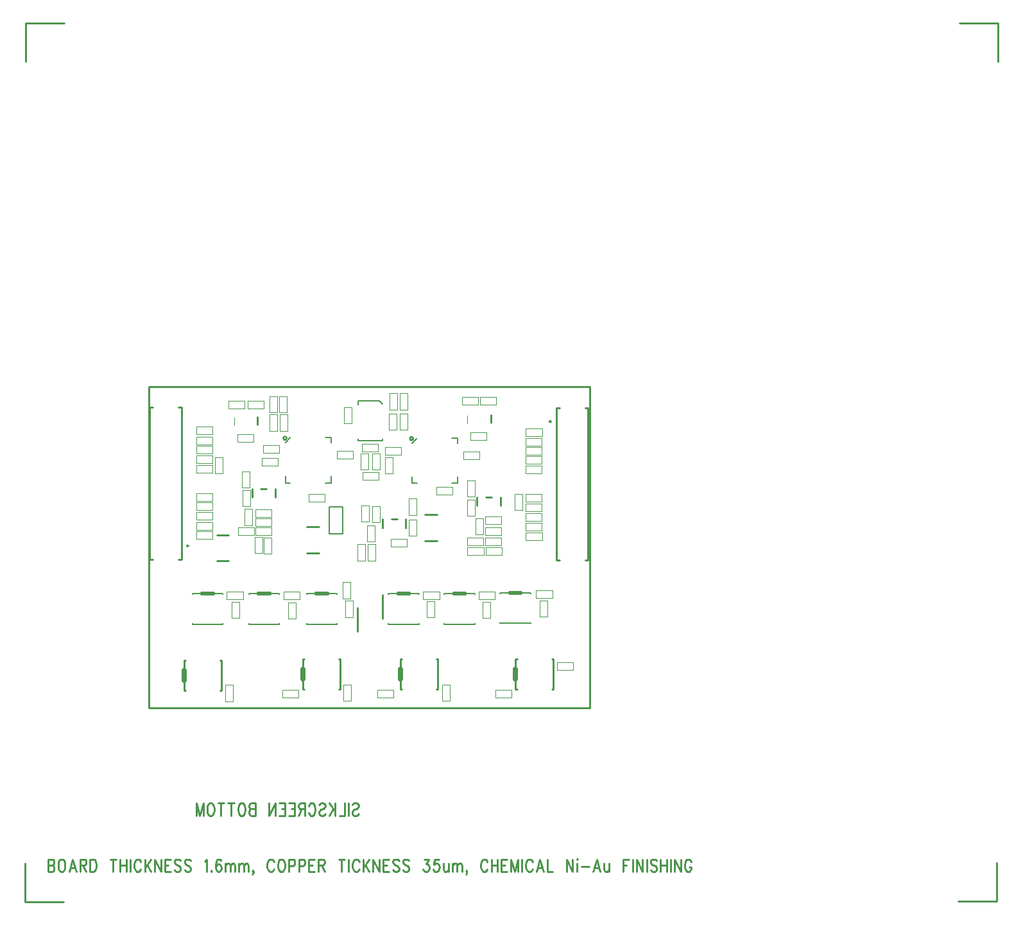
<source format=gbr>
*
*
G04 PADS Layout (Build Number 2007.21.1) generated Gerber (RS-274-X) file*
G04 PC Version=2.1*
*
%IN "2FOC-001.pcb"*%
*
%MOIN*%
*
%FSLAX35Y35*%
*
*
*
*
G04 PC Standard Apertures*
*
*
G04 Thermal Relief Aperture macro.*
%AMTER*
1,1,$1,0,0*
1,0,$1-$2,0,0*
21,0,$3,$4,0,0,45*
21,0,$3,$4,0,0,135*
%
*
*
G04 Annular Aperture macro.*
%AMANN*
1,1,$1,0,0*
1,0,$2,0,0*
%
*
*
G04 Odd Aperture macro.*
%AMODD*
1,1,$1,0,0*
1,0,$1-0.005,0,0*
%
*
*
G04 PC Custom Aperture Macros*
*
*
*
*
*
*
G04 PC Aperture Table*
*
%ADD010C,0.01*%
%ADD011C,0.004*%
%ADD013C,0.006*%
%ADD034C,0.025*%
%ADD070C,0.001*%
%ADD083C,0.00787*%
%ADD087C,0.01969*%
%ADD100C,0.00591*%
%ADD102C,0.0006*%
*
*
*
*
G04 PC Circuitry*
G04 Layer Name 2FOC-001.pcb - circuitry*
%LPD*%
*
*
G04 PC Custom Flashes*
G04 Layer Name 2FOC-001.pcb - flashes*
%LPD*%
*
*
G04 PC Circuitry*
G04 Layer Name 2FOC-001.pcb - circuitry*
%LPD*%
*
G54D10*
G01X266452Y546789D02*
X260153D01*
X266452Y533403D02*
X260153D01*
X313153Y551096D02*
X306854D01*
X313153Y537710D02*
X306854D01*
X368468Y544009D02*
X374767D01*
X368468Y557395D02*
X374767D01*
X305728Y466818D02*
X305028D01*
Y482618*
X305728*
X323728D02*
X324428D01*
Y466818*
X323728*
X416161D02*
X415461D01*
Y482618*
X416161*
X434161D02*
X434861D01*
Y466818*
X434161*
X243917Y466228D02*
X243217D01*
Y482028*
X243917*
X261917D02*
X262617D01*
Y466228*
X261917*
X356319Y466818D02*
X355619D01*
Y482618*
X356319*
X374319D02*
X375019D01*
Y466818*
X374319*
X296469Y597159D02*
G75*
G03X296469I-836J0D01*
G01X362217Y596962D02*
G03X362217I-836J0D01*
G01X281456Y608124D02*
Y604108D01*
X402582Y609198D02*
Y605183D01*
X346421Y515860D02*
Y503655D01*
X333429Y496962D02*
Y509167D01*
X358426Y555068D02*
Y550668D01*
X353826Y555068D02*
X350826D01*
X346226D02*
Y550668D01*
X290710Y570816D02*
Y566416D01*
X286110Y570816D02*
X283110D01*
X278510D02*
Y566416D01*
X407639Y566485D02*
Y562085D01*
X403039Y566485D02*
X400039D01*
X395439D02*
Y562085D01*
X245437Y541254D02*
G03X245437I-394J0D01*
G01X226933Y534167D02*
X225358D01*
Y613301*
X226933*
X240319D02*
X241893D01*
Y534167*
X240319*
X433822Y605820D02*
G03X433822I-393J0D01*
G01X451539Y612907D02*
X453114D01*
Y533773*
X451539*
X438153D02*
X436578D01*
Y612907*
X438153*
X330641Y406918D02*
X331095Y407543D01*
X331777Y407855*
X332686*
X333368Y407543*
X333822Y406918*
Y406293*
X333595Y405668*
X333368Y405355*
X332913Y405043*
X331550Y404418*
X331095Y404105*
X330868Y403793*
X330641Y403168*
Y402230*
X331095Y401605*
X331777Y401293*
X332686*
X333368Y401605*
X333822Y402230*
X328595Y407855D02*
Y401293D01*
X326550Y407855D02*
Y401293D01*
X323822*
X321777Y407855D02*
Y401293D01*
X318595Y407855D02*
X321777Y403480D01*
X320641Y405043D02*
X318595Y401293D01*
X313368Y406918D02*
X313822Y407543D01*
X314504Y407855*
X315413*
X316095Y407543*
X316550Y406918*
Y406293*
X316322Y405668*
X316095Y405355*
X315641Y405043*
X314277Y404418*
X313822Y404105*
X313595Y403793*
X313368Y403168*
Y402230*
X313822Y401605*
X314504Y401293*
X315413*
X316095Y401605*
X316550Y402230*
X307913Y406293D02*
X308141Y406918D01*
X308595Y407543*
X309050Y407855*
X309959*
X310413Y407543*
X310868Y406918*
X311095Y406293*
X311322Y405355*
Y403793*
X311095Y402855*
X310868Y402230*
X310413Y401605*
X309959Y401293*
X309050*
X308595Y401605*
X308141Y402230*
X307913Y402855*
X305868Y407855D02*
Y401293D01*
Y407855D02*
X303822D01*
X303141Y407543*
X302913Y407230*
X302686Y406605*
Y405980*
X302913Y405355*
X303141Y405043*
X303822Y404730*
X305868*
X304277D02*
X302686Y401293D01*
X300641Y407855D02*
Y401293D01*
Y407855D02*
X297686D01*
X300641Y404730D02*
X298822D01*
X300641Y401293D02*
X297686D01*
X295641Y407855D02*
Y401293D01*
Y407855D02*
X292686D01*
X295641Y404730D02*
X293822D01*
X295641Y401293D02*
X292686D01*
X290641Y407855D02*
Y401293D01*
Y407855D02*
X287459Y401293D01*
Y407855D02*
Y401293D01*
X280186Y407855D02*
Y401293D01*
Y407855D02*
X278141D01*
X277459Y407543*
X277232Y407230*
X277004Y406605*
Y405980*
X277232Y405355*
X277459Y405043*
X278141Y404730*
X280186D02*
X278141D01*
X277459Y404418*
X277232Y404105*
X277004Y403480*
Y402543*
X277232Y401918*
X277459Y401605*
X278141Y401293*
X280186*
X273595Y407855D02*
X274050Y407543D01*
X274504Y406918*
X274732Y406293*
X274959Y405355*
Y403793*
X274732Y402855*
X274504Y402230*
X274050Y401605*
X273595Y401293*
X272686*
X272232Y401605*
X271777Y402230*
X271550Y402855*
X271322Y403793*
Y405355*
X271550Y406293*
X271777Y406918*
X272232Y407543*
X272686Y407855*
X273595*
X267686D02*
Y401293D01*
X269277Y407855D02*
X266095D01*
X262459D02*
Y401293D01*
X264050Y407855D02*
X260868D01*
X257459D02*
X257913Y407543D01*
X258368Y406918*
X258595Y406293*
X258822Y405355*
Y403793*
X258595Y402855*
X258368Y402230*
X257913Y401605*
X257459Y401293*
X256550*
X256095Y401605*
X255641Y402230*
X255413Y402855*
X255186Y403793*
Y405355*
X255413Y406293*
X255641Y406918*
X256095Y407543*
X256550Y407855*
X257459*
X253141D02*
Y401293D01*
Y407855D02*
X251322Y401293D01*
X249504Y407855D02*
X251322Y401293D01*
X249504Y407855D02*
Y401293D01*
X172602Y378722D02*
Y372159D01*
Y378722D02*
X174647D01*
X175329Y378409*
X175557Y378097*
X175784Y377472*
Y376847*
X175557Y376222*
X175329Y375909*
X174647Y375597*
X172602D02*
X174647D01*
X175329Y375284*
X175557Y374972*
X175784Y374347*
Y373409*
X175557Y372784*
X175329Y372472*
X174647Y372159*
X172602*
X179193Y378722D02*
X178738Y378409D01*
X178284Y377784*
X178057Y377159*
X177829Y376222*
Y374659*
X178057Y373722*
X178284Y373097*
X178738Y372472*
X179193Y372159*
X180102*
X180557Y372472*
X181011Y373097*
X181238Y373722*
X181466Y374659*
Y376222*
X181238Y377159*
X181011Y377784*
X180557Y378409*
X180102Y378722*
X179193*
X185329D02*
X183511Y372159D01*
X185329Y378722D02*
X187147Y372159D01*
X184193Y374347D02*
X186466D01*
X189193Y378722D02*
Y372159D01*
Y378722D02*
X191238D01*
X191920Y378409*
X192147Y378097*
X192375Y377472*
Y376847*
X192147Y376222*
X191920Y375909*
X191238Y375597*
X189193*
X190784D02*
X192375Y372159D01*
X194420Y378722D02*
Y372159D01*
Y378722D02*
X196011D01*
X196693Y378409*
X197147Y377784*
X197375Y377159*
X197602Y376222*
Y374659*
X197375Y373722*
X197147Y373097*
X196693Y372472*
X196011Y372159*
X194420*
X206466Y378722D02*
Y372159D01*
X204875Y378722D02*
X208057D01*
X210102D02*
Y372159D01*
X213284Y378722D02*
Y372159D01*
X210102Y375597D02*
X213284D01*
X215329Y378722D02*
Y372159D01*
X220784Y377159D02*
X220557Y377784D01*
X220102Y378409*
X219647Y378722*
X218738*
X218284Y378409*
X217829Y377784*
X217602Y377159*
X217375Y376222*
Y374659*
X217602Y373722*
X217829Y373097*
X218284Y372472*
X218738Y372159*
X219647*
X220102Y372472*
X220557Y373097*
X220784Y373722*
X222829Y378722D02*
Y372159D01*
X226011Y378722D02*
X222829Y374347D01*
X223966Y375909D02*
X226011Y372159D01*
X228057Y378722D02*
Y372159D01*
Y378722D02*
X231238Y372159D01*
Y378722D02*
Y372159D01*
X233284Y378722D02*
Y372159D01*
Y378722D02*
X236238D01*
X233284Y375597D02*
X235102D01*
X233284Y372159D02*
X236238D01*
X241466Y377784D02*
X241011Y378409D01*
X240329Y378722*
X239420*
X238738Y378409*
X238284Y377784*
Y377159*
X238511Y376534*
X238738Y376222*
X239193Y375909*
X240557Y375284*
X241011Y374972*
X241238Y374659*
X241466Y374034*
Y373097*
X241011Y372472*
X240329Y372159*
X239420*
X238738Y372472*
X238284Y373097*
X246693Y377784D02*
X246238Y378409D01*
X245557Y378722*
X244647*
X243966Y378409*
X243511Y377784*
Y377159*
X243738Y376534*
X243966Y376222*
X244420Y375909*
X245784Y375284*
X246238Y374972*
X246466Y374659*
X246693Y374034*
Y373097*
X246238Y372472*
X245557Y372159*
X244647*
X243966Y372472*
X243511Y373097*
X253966Y377472D02*
X254420Y377784D01*
X255102Y378722*
Y372159*
X257375Y372784D02*
X257147Y372472D01*
X257375Y372159*
X257602Y372472*
X257375Y372784*
X262375Y377784D02*
X262147Y378409D01*
X261466Y378722*
X261011*
X260329Y378409*
X259875Y377472*
X259647Y375909*
Y374347*
X259875Y373097*
X260329Y372472*
X261011Y372159*
X261238*
X261920Y372472*
X262375Y373097*
X262602Y374034*
Y374347*
X262375Y375284*
X261920Y375909*
X261238Y376222*
X261011*
X260329Y375909*
X259875Y375284*
X259647Y374347*
X264647Y376534D02*
Y372159D01*
Y375284D02*
X265329Y376222D01*
X265784Y376534*
X266466*
X266920Y376222*
X267147Y375284*
Y372159*
Y375284D02*
X267829Y376222D01*
X268284Y376534*
X268966*
X269420Y376222*
X269647Y375284*
Y372159*
X271693Y376534D02*
Y372159D01*
Y375284D02*
X272375Y376222D01*
X272829Y376534*
X273511*
X273966Y376222*
X274193Y375284*
Y372159*
Y375284D02*
X274875Y376222D01*
X275329Y376534*
X276011*
X276466Y376222*
X276693Y375284*
Y372159*
X279193Y372472D02*
X278966Y372159D01*
X278738Y372472*
X278966Y372784*
X279193Y372472*
Y371847*
X278966Y371222*
X278738Y370909*
X289875Y377159D02*
X289647Y377784D01*
X289193Y378409*
X288738Y378722*
X287829*
X287375Y378409*
X286920Y377784*
X286693Y377159*
X286466Y376222*
Y374659*
X286693Y373722*
X286920Y373097*
X287375Y372472*
X287829Y372159*
X288738*
X289193Y372472*
X289647Y373097*
X289875Y373722*
X293284Y378722D02*
X292829Y378409D01*
X292375Y377784*
X292147Y377159*
X291920Y376222*
Y374659*
X292147Y373722*
X292375Y373097*
X292829Y372472*
X293284Y372159*
X294193*
X294647Y372472*
X295102Y373097*
X295329Y373722*
X295557Y374659*
Y376222*
X295329Y377159*
X295102Y377784*
X294647Y378409*
X294193Y378722*
X293284*
X297602D02*
Y372159D01*
Y378722D02*
X299647D01*
X300329Y378409*
X300557Y378097*
X300784Y377472*
Y376534*
X300557Y375909*
X300329Y375597*
X299647Y375284*
X297602*
X302829Y378722D02*
Y372159D01*
Y378722D02*
X304875D01*
X305557Y378409*
X305784Y378097*
X306011Y377472*
Y376534*
X305784Y375909*
X305557Y375597*
X304875Y375284*
X302829*
X308057Y378722D02*
Y372159D01*
Y378722D02*
X311011D01*
X308057Y375597D02*
X309875D01*
X308057Y372159D02*
X311011D01*
X313057Y378722D02*
Y372159D01*
Y378722D02*
X315102D01*
X315784Y378409*
X316011Y378097*
X316238Y377472*
Y376847*
X316011Y376222*
X315784Y375909*
X315102Y375597*
X313057*
X314647D02*
X316238Y372159D01*
X325102Y378722D02*
Y372159D01*
X323511Y378722D02*
X326693D01*
X328738D02*
Y372159D01*
X334193Y377159D02*
X333966Y377784D01*
X333511Y378409*
X333057Y378722*
X332147*
X331693Y378409*
X331238Y377784*
X331011Y377159*
X330784Y376222*
Y374659*
X331011Y373722*
X331238Y373097*
X331693Y372472*
X332147Y372159*
X333057*
X333511Y372472*
X333966Y373097*
X334193Y373722*
X336238Y378722D02*
Y372159D01*
X339420Y378722D02*
X336238Y374347D01*
X337375Y375909D02*
X339420Y372159D01*
X341466Y378722D02*
Y372159D01*
Y378722D02*
X344647Y372159D01*
Y378722D02*
Y372159D01*
X346693Y378722D02*
Y372159D01*
Y378722D02*
X349647D01*
X346693Y375597D02*
X348511D01*
X346693Y372159D02*
X349647D01*
X354875Y377784D02*
X354420Y378409D01*
X353738Y378722*
X352829*
X352147Y378409*
X351693Y377784*
Y377159*
X351920Y376534*
X352147Y376222*
X352602Y375909*
X353966Y375284*
X354420Y374972*
X354647Y374659*
X354875Y374034*
Y373097*
X354420Y372472*
X353738Y372159*
X352829*
X352147Y372472*
X351693Y373097*
X360102Y377784D02*
X359647Y378409D01*
X358966Y378722*
X358057*
X357375Y378409*
X356920Y377784*
Y377159*
X357147Y376534*
X357375Y376222*
X357829Y375909*
X359193Y375284*
X359647Y374972*
X359875Y374659*
X360102Y374034*
Y373097*
X359647Y372472*
X358966Y372159*
X358057*
X357375Y372472*
X356920Y373097*
X367829Y378722D02*
X370329D01*
X368966Y376222*
X369647*
X370102Y375909*
X370329Y375597*
X370557Y374659*
Y374034*
X370329Y373097*
X369875Y372472*
X369193Y372159*
X368511*
X367829Y372472*
X367602Y372784*
X367375Y373409*
X375557Y378722D02*
X373284D01*
X373057Y375909*
X373284Y376222*
X373966Y376534*
X374647*
X375329Y376222*
X375784Y375597*
X376011Y374659*
X375784Y374034*
X375557Y373097*
X375102Y372472*
X374420Y372159*
X373738*
X373057Y372472*
X372829Y372784*
X372602Y373409*
X378057Y376534D02*
Y373409D01*
X378284Y372472*
X378738Y372159*
X379420*
X379875Y372472*
X380557Y373409*
Y376534D02*
Y372159D01*
X382602Y376534D02*
Y372159D01*
Y375284D02*
X383284Y376222D01*
X383738Y376534*
X384420*
X384875Y376222*
X385102Y375284*
Y372159*
Y375284D02*
X385784Y376222D01*
X386238Y376534*
X386920*
X387375Y376222*
X387602Y375284*
Y372159*
X390102Y372472D02*
X389875Y372159D01*
X389647Y372472*
X389875Y372784*
X390102Y372472*
Y371847*
X389875Y371222*
X389647Y370909*
X400784Y377159D02*
X400557Y377784D01*
X400102Y378409*
X399647Y378722*
X398738*
X398284Y378409*
X397829Y377784*
X397602Y377159*
X397375Y376222*
Y374659*
X397602Y373722*
X397829Y373097*
X398284Y372472*
X398738Y372159*
X399647*
X400102Y372472*
X400557Y373097*
X400784Y373722*
X402829Y378722D02*
Y372159D01*
X406011Y378722D02*
Y372159D01*
X402829Y375597D02*
X406011D01*
X408057Y378722D02*
Y372159D01*
Y378722D02*
X411011D01*
X408057Y375597D02*
X409875D01*
X408057Y372159D02*
X411011D01*
X413057Y378722D02*
Y372159D01*
Y378722D02*
X414875Y372159D01*
X416693Y378722D02*
X414875Y372159D01*
X416693Y378722D02*
Y372159D01*
X418738Y378722D02*
Y372159D01*
X424193Y377159D02*
X423966Y377784D01*
X423511Y378409*
X423057Y378722*
X422147*
X421693Y378409*
X421238Y377784*
X421011Y377159*
X420784Y376222*
Y374659*
X421011Y373722*
X421238Y373097*
X421693Y372472*
X422147Y372159*
X423057*
X423511Y372472*
X423966Y373097*
X424193Y373722*
X428057Y378722D02*
X426238Y372159D01*
X428057Y378722D02*
X429875Y372159D01*
X426920Y374347D02*
X429193D01*
X431920Y378722D02*
Y372159D01*
X434647*
X441920Y378722D02*
Y372159D01*
Y378722D02*
X445102Y372159D01*
Y378722D02*
Y372159D01*
X447147Y378722D02*
X447375Y378409D01*
X447602Y378722*
X447375Y379034*
X447147Y378722*
X447375Y376534D02*
Y372159D01*
X449647Y374972D02*
X453738D01*
X457602Y378722D02*
X455784Y372159D01*
X457602Y378722D02*
X459420Y372159D01*
X456466Y374347D02*
X458738D01*
X461466Y376534D02*
Y373409D01*
X461693Y372472*
X462147Y372159*
X462829*
X463284Y372472*
X463966Y373409*
Y376534D02*
Y372159D01*
X471238Y378722D02*
Y372159D01*
Y378722D02*
X474193D01*
X471238Y375597D02*
X473057D01*
X476238Y378722D02*
Y372159D01*
X478284Y378722D02*
Y372159D01*
Y378722D02*
X481466Y372159D01*
Y378722D02*
Y372159D01*
X483511Y378722D02*
Y372159D01*
X488738Y377784D02*
X488284Y378409D01*
X487602Y378722*
X486693*
X486011Y378409*
X485557Y377784*
Y377159*
X485784Y376534*
X486011Y376222*
X486466Y375909*
X487829Y375284*
X488284Y374972*
X488511Y374659*
X488738Y374034*
Y373097*
X488284Y372472*
X487602Y372159*
X486693*
X486011Y372472*
X485557Y373097*
X490784Y378722D02*
Y372159D01*
X493966Y378722D02*
Y372159D01*
X490784Y375597D02*
X493966D01*
X496011Y378722D02*
Y372159D01*
X498057Y378722D02*
Y372159D01*
Y378722D02*
X501238Y372159D01*
Y378722D02*
Y372159D01*
X506693Y377159D02*
X506466Y377784D01*
X506011Y378409*
X505557Y378722*
X504647*
X504193Y378409*
X503738Y377784*
X503511Y377159*
X503284Y376222*
Y374659*
X503511Y373722*
X503738Y373097*
X504193Y372472*
X504647Y372159*
X505557*
X506011Y372472*
X506466Y373097*
X506693Y373722*
Y374659*
X505557D02*
X506693D01*
X224988Y457218D02*
X454098D01*
Y623931*
X224988*
Y457218*
X180870Y812710D02*
X160870D01*
Y792710*
X160791Y376490D02*
Y356490D01*
X180791*
X645437Y356805D02*
X665437D01*
Y376805*
X665909Y792631D02*
Y812631D01*
X645909*
G54D11*
X273861Y517395D02*
Y513395D01*
X265461*
Y517395*
X273861*
X404755Y517466D02*
Y513466D01*
X396355*
Y517466*
X404755*
X434479Y518254D02*
Y514254D01*
X426079*
Y518254*
X434479*
X375861Y517395D02*
Y513395D01*
X367461*
Y517395*
X375861*
X303361D02*
Y513395D01*
X294961*
Y517395*
X303361*
X325523Y522422D02*
X329523D01*
Y514022*
X325523*
Y522422*
X369421Y512580D02*
X373421D01*
Y504180*
X369421*
Y512580*
X398358Y512383D02*
X402358D01*
Y503983*
X398358*
Y512383*
X428082Y512973D02*
X432082D01*
Y504573*
X428082*
Y512973*
X268043Y512186D02*
X272043D01*
Y503786*
X268043*
Y512186*
X297374Y511989D02*
X301374D01*
Y503589*
X297374*
Y511989*
X326901Y512776D02*
X330901D01*
Y504376*
X326901*
Y512776*
X294386Y462679D02*
Y466679D01*
X302786*
Y462679*
X294386*
X343599D02*
Y466679D01*
X351999*
Y462679*
X343599*
X404819D02*
Y466679D01*
X413219*
Y462679*
X404819*
X436906Y476852D02*
Y480852D01*
X445306*
Y476852*
X436906*
X381295Y460872D02*
X377295D01*
Y469272*
X381295*
Y460872*
X268696Y460676D02*
X264696D01*
Y469076*
X268696*
Y460676*
X330114Y460872D02*
X326114D01*
Y469272*
X330114*
Y460872*
X276276Y612482D02*
Y616482D01*
X284676*
Y612482*
X276276*
X274637Y616482D02*
Y612482D01*
X266237*
Y616482*
X274637*
X396945Y614450D02*
Y618450D01*
X405345*
Y614450*
X396945*
X395896Y618647D02*
Y614647D01*
X387496*
Y618647*
X395896*
X330311Y604967D02*
X326311D01*
Y613367*
X330311*
Y604967*
X279235Y599076D02*
Y595076D01*
X270835*
Y599076*
X279235*
X400361Y600151D02*
Y596151D01*
X391961*
Y600151*
X400361*
X340878Y589154D02*
X344878D01*
Y580754*
X340878*
Y589154*
X330936Y590498D02*
Y586498D01*
X322536*
Y590498*
X330936*
X283559Y582757D02*
Y586757D01*
X291959*
Y582757*
X283559*
X344125Y594238D02*
Y590238D01*
X335725*
Y594238*
X344125*
X344322Y579671D02*
Y575671D01*
X335922*
Y579671*
X344322*
X334972Y589154D02*
X338972D01*
Y580754*
X334972*
Y589154*
X316369Y568057D02*
Y564057D01*
X307969*
Y568057*
X316369*
X382707Y571797D02*
Y567797D01*
X374307*
Y571797*
X382707*
X396684Y590301D02*
Y586301D01*
X388284*
Y590301*
X396684*
X351767Y578786D02*
X347767D01*
Y587186*
X351767*
Y578786*
X257904Y568450D02*
Y564450D01*
X249504*
Y568450*
X257904*
Y563726D02*
Y559726D01*
X249504*
Y563726*
X257904*
X258101Y558805D02*
Y554805D01*
X249701*
Y558805*
X258101*
X257904Y553687D02*
Y549687D01*
X249504*
Y553687*
X257904*
X258101Y583214D02*
Y579214D01*
X249701*
Y583214*
X258101*
Y588135D02*
Y584135D01*
X249701*
Y588135*
X258101*
Y593057D02*
Y589057D01*
X249701*
Y593057*
X258101*
Y597978D02*
Y593978D01*
X249701*
Y597978*
X258101*
X420567Y593387D02*
Y597387D01*
X428967*
Y593387*
X420567*
Y579017D02*
Y583017D01*
X428967*
Y579017*
X420567*
Y583742D02*
Y587742D01*
X428967*
Y583742*
X420567*
Y564057D02*
Y568057D01*
X428967*
Y564057*
X420567*
Y559135D02*
Y563135D01*
X428967*
Y559135*
X420567*
Y554214D02*
Y558214D01*
X428967*
Y554214*
X420567*
Y549293D02*
Y553293D01*
X428967*
Y549293*
X420567*
Y588466D02*
Y592466D01*
X428967*
Y588466*
X420567*
X284150Y589450D02*
Y593450D01*
X292550*
Y589450*
X284150*
X347733Y588663D02*
Y592663D01*
X356133*
Y588663*
X347733*
X399701Y541616D02*
Y545616D01*
X408101*
Y541616*
X399701*
X340878Y561989D02*
X344878D01*
Y553589*
X340878*
Y561989*
X359085Y545025D02*
Y541025D01*
X350685*
Y545025*
X359085*
X280213Y546931D02*
Y550931D01*
X288613*
Y546931*
X280213*
X288775Y537250D02*
X284775D01*
Y545650*
X288775*
Y537250*
X288613Y555655D02*
Y551655D01*
X280213*
Y555655*
X288613*
Y560380D02*
Y556380D01*
X280213*
Y560380*
X288613*
X283854Y537447D02*
X279854D01*
Y545847*
X283854*
Y537447*
X278736Y552014D02*
X274736D01*
Y560414*
X278736*
Y552014*
X277358Y571502D02*
X273358D01*
Y579902*
X277358*
Y571502*
X296846Y601030D02*
X292846D01*
Y609430*
X296846*
Y601030*
X296649Y610479D02*
X292649D01*
Y618879*
X296649*
Y610479*
X291531Y601030D02*
X287531D01*
Y609430*
X291531*
Y601030*
Y610479D02*
X287531D01*
Y618879*
X291531*
Y610479*
X353736Y601620D02*
X349736D01*
Y610020*
X353736*
Y601620*
X353933Y612054D02*
X349933D01*
Y620454*
X353933*
Y612054*
X359248Y601620D02*
X355248D01*
Y610020*
X359248*
Y601620*
Y612054D02*
X355248D01*
Y620454*
X359248*
Y612054*
X399898Y536498D02*
Y540498D01*
X408298*
Y536498*
X399898*
X408101Y550931D02*
Y546931D01*
X399701*
Y550931*
X408101*
Y556443D02*
Y552443D01*
X399701*
Y556443*
X408101*
X390449Y536498D02*
Y540498D01*
X398849*
Y536498*
X390449*
X398618Y547290D02*
X394618D01*
Y555690*
X398618*
Y547290*
X394287Y566975D02*
X390287D01*
Y575375*
X394287*
Y566975*
X359972Y554902D02*
X363972D01*
Y546502*
X359972*
Y554902*
Y565729D02*
X363972D01*
Y557329*
X359972*
Y565729*
X342319Y543550D02*
X338319D01*
Y551950*
X342319*
Y543550*
X339366Y553786D02*
X335366D01*
Y562186*
X339366*
Y553786*
X342515Y533707D02*
X338515D01*
Y542107*
X342515*
Y533707*
X337397D02*
X333397D01*
Y542107*
X337397*
Y533707*
X394287Y556739D02*
X390287D01*
Y565139*
X394287*
Y556739*
X277555Y561857D02*
X273555D01*
Y570257*
X277555*
Y561857*
X249701Y599096D02*
Y603096D01*
X258101*
Y599096*
X249701*
X429164Y548372D02*
Y544372D01*
X420764*
Y548372*
X429164*
X249504Y544962D02*
Y548962D01*
X257904*
Y544962*
X249504*
X429164Y602309D02*
Y598309D01*
X420764*
Y602309*
X429164*
X271158Y546931D02*
Y550931D01*
X279558*
Y546931*
X271158*
X390252Y541616D02*
Y545616D01*
X398652*
Y541616*
X390252*
X263185Y578786D02*
X259185D01*
Y587186*
X263185*
Y578786*
X415090Y568288D02*
X419090D01*
Y559888*
X415090*
Y568288*
G54D13*
X325708Y547639D02*
X318708D01*
Y561639*
X325708*
Y547639*
G54D34*
X305028Y472218D02*
Y477218D01*
X415461Y472218D02*
Y477218D01*
X243217Y471628D02*
Y476628D01*
X355619Y472218D02*
Y477218D01*
G54D70*
G54D83*
X333626Y597041D02*
Y595896D01*
X346137Y595912*
Y597041*
X346263Y614797D02*
X344570Y616490D01*
X333547*
Y614679*
G54D87*
X252326Y516450D02*
X258626D01*
X281637Y516470D02*
X287937D01*
X311637D02*
X317937D01*
X354137D02*
X360437D01*
X383137D02*
X389437D01*
X412137Y516970D02*
X418437D01*
G54D100*
X247602Y516057D02*
Y516450D01*
X263350*
Y516057*
X247602Y501096D02*
Y500702D01*
X263350*
Y501096*
X276913Y516076D02*
Y516470D01*
X292661*
Y516076*
X276913Y501116D02*
Y500722D01*
X292661*
Y501116*
X306913Y516076D02*
Y516470D01*
X322661*
Y516076*
X306913Y501116D02*
Y500722D01*
X322661*
Y501116*
X349413Y516076D02*
Y516470D01*
X365161*
Y516076*
X349413Y501116D02*
Y500722D01*
X365161*
Y501116*
X378413Y516076D02*
Y516470D01*
X394161*
Y516076*
X378413Y501116D02*
Y500722D01*
X394161*
Y501116*
X407413Y516576D02*
Y516970D01*
X423161*
Y516576*
X407413Y501616D02*
Y501222D01*
X423161*
Y501616*
X298389Y597553D02*
X296027Y594797D01*
Y577474D02*
Y573931D01*
X298389*
X316500D02*
X319649D01*
Y577474*
X316500Y597553D02*
X319649D01*
Y594797*
X364137Y597356D02*
X361775Y594600D01*
Y577277D02*
Y573734D01*
X364137*
X382248D02*
X385397D01*
Y577277*
X382248Y597356D02*
X385397D01*
Y594600*
G54D102*
X269252Y607730D02*
Y603832D01*
X390378Y608805D02*
Y604907D01*
G74*
X0Y0D02*
M02*

</source>
